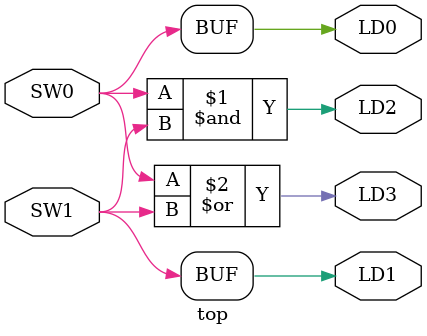
<source format=v>
`timescale 1ns / 1ps


module top(
    input  SW0,
    input  SW1,
    output LD0,
    output LD1,
    output LD2,
    output LD3
    );
    
    assign LD0 = SW0;
    assign LD1 = SW1;
    assign LD2 = SW0 & SW1;
    assign LD3 = SW0 | SW1;
    
endmodule

</source>
